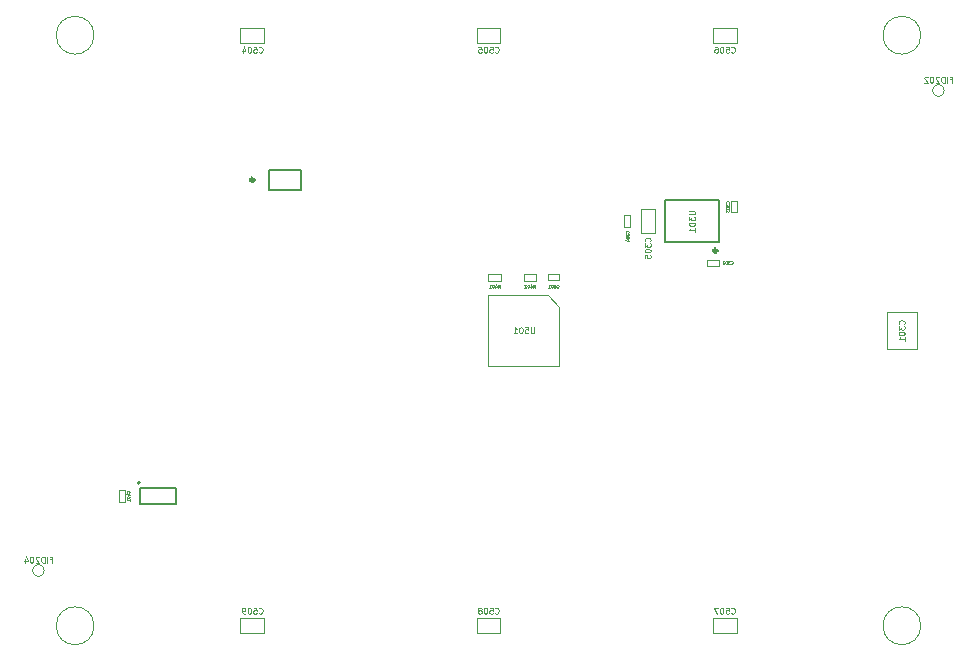
<source format=gbr>
G04 #@! TF.GenerationSoftware,KiCad,Pcbnew,7.0.11*
G04 #@! TF.CreationDate,2025-02-19T11:42:19-05:00*
G04 #@! TF.ProjectId,thruster-pcb,74687275-7374-4657-922d-7063622e6b69,1.0*
G04 #@! TF.SameCoordinates,Original*
G04 #@! TF.FileFunction,AssemblyDrawing,Bot*
%FSLAX46Y46*%
G04 Gerber Fmt 4.6, Leading zero omitted, Abs format (unit mm)*
G04 Created by KiCad (PCBNEW 7.0.11) date 2025-02-19 11:42:19*
%MOMM*%
%LPD*%
G01*
G04 APERTURE LIST*
%ADD10C,0.065000*%
%ADD11C,0.125000*%
%ADD12C,0.062500*%
%ADD13C,0.120000*%
%ADD14C,0.100000*%
%ADD15C,0.127000*%
%ADD16C,0.200000*%
%ADD17C,0.300000*%
%ADD18C,0.150000*%
G04 APERTURE END LIST*
D10*
X158940951Y-97716900D02*
X159027618Y-97593091D01*
X159089523Y-97716900D02*
X159089523Y-97456900D01*
X159089523Y-97456900D02*
X158990475Y-97456900D01*
X158990475Y-97456900D02*
X158965713Y-97469281D01*
X158965713Y-97469281D02*
X158953332Y-97481662D01*
X158953332Y-97481662D02*
X158940951Y-97506424D01*
X158940951Y-97506424D02*
X158940951Y-97543567D01*
X158940951Y-97543567D02*
X158953332Y-97568329D01*
X158953332Y-97568329D02*
X158965713Y-97580710D01*
X158965713Y-97580710D02*
X158990475Y-97593091D01*
X158990475Y-97593091D02*
X159089523Y-97593091D01*
X158718094Y-97543567D02*
X158718094Y-97716900D01*
X158779999Y-97444520D02*
X158841904Y-97630234D01*
X158841904Y-97630234D02*
X158680951Y-97630234D01*
X158532380Y-97456900D02*
X158507618Y-97456900D01*
X158507618Y-97456900D02*
X158482856Y-97469281D01*
X158482856Y-97469281D02*
X158470475Y-97481662D01*
X158470475Y-97481662D02*
X158458094Y-97506424D01*
X158458094Y-97506424D02*
X158445713Y-97555948D01*
X158445713Y-97555948D02*
X158445713Y-97617853D01*
X158445713Y-97617853D02*
X158458094Y-97667377D01*
X158458094Y-97667377D02*
X158470475Y-97692139D01*
X158470475Y-97692139D02*
X158482856Y-97704520D01*
X158482856Y-97704520D02*
X158507618Y-97716900D01*
X158507618Y-97716900D02*
X158532380Y-97716900D01*
X158532380Y-97716900D02*
X158557142Y-97704520D01*
X158557142Y-97704520D02*
X158569523Y-97692139D01*
X158569523Y-97692139D02*
X158581904Y-97667377D01*
X158581904Y-97667377D02*
X158594285Y-97617853D01*
X158594285Y-97617853D02*
X158594285Y-97555948D01*
X158594285Y-97555948D02*
X158581904Y-97506424D01*
X158581904Y-97506424D02*
X158569523Y-97481662D01*
X158569523Y-97481662D02*
X158557142Y-97469281D01*
X158557142Y-97469281D02*
X158532380Y-97456900D01*
X158198094Y-97716900D02*
X158346666Y-97716900D01*
X158272380Y-97716900D02*
X158272380Y-97456900D01*
X158272380Y-97456900D02*
X158297142Y-97494043D01*
X158297142Y-97494043D02*
X158321904Y-97518805D01*
X158321904Y-97518805D02*
X158346666Y-97531186D01*
D11*
X121061903Y-120732904D02*
X121228570Y-120732904D01*
X121228570Y-120994809D02*
X121228570Y-120494809D01*
X121228570Y-120494809D02*
X120990475Y-120494809D01*
X120799999Y-120994809D02*
X120799999Y-120494809D01*
X120561904Y-120994809D02*
X120561904Y-120494809D01*
X120561904Y-120494809D02*
X120442856Y-120494809D01*
X120442856Y-120494809D02*
X120371428Y-120518619D01*
X120371428Y-120518619D02*
X120323809Y-120566238D01*
X120323809Y-120566238D02*
X120299999Y-120613857D01*
X120299999Y-120613857D02*
X120276190Y-120709095D01*
X120276190Y-120709095D02*
X120276190Y-120780523D01*
X120276190Y-120780523D02*
X120299999Y-120875761D01*
X120299999Y-120875761D02*
X120323809Y-120923380D01*
X120323809Y-120923380D02*
X120371428Y-120971000D01*
X120371428Y-120971000D02*
X120442856Y-120994809D01*
X120442856Y-120994809D02*
X120561904Y-120994809D01*
X120085713Y-120542428D02*
X120061904Y-120518619D01*
X120061904Y-120518619D02*
X120014285Y-120494809D01*
X120014285Y-120494809D02*
X119895237Y-120494809D01*
X119895237Y-120494809D02*
X119847618Y-120518619D01*
X119847618Y-120518619D02*
X119823809Y-120542428D01*
X119823809Y-120542428D02*
X119799999Y-120590047D01*
X119799999Y-120590047D02*
X119799999Y-120637666D01*
X119799999Y-120637666D02*
X119823809Y-120709095D01*
X119823809Y-120709095D02*
X120109523Y-120994809D01*
X120109523Y-120994809D02*
X119799999Y-120994809D01*
X119490476Y-120494809D02*
X119442857Y-120494809D01*
X119442857Y-120494809D02*
X119395238Y-120518619D01*
X119395238Y-120518619D02*
X119371428Y-120542428D01*
X119371428Y-120542428D02*
X119347619Y-120590047D01*
X119347619Y-120590047D02*
X119323809Y-120685285D01*
X119323809Y-120685285D02*
X119323809Y-120804333D01*
X119323809Y-120804333D02*
X119347619Y-120899571D01*
X119347619Y-120899571D02*
X119371428Y-120947190D01*
X119371428Y-120947190D02*
X119395238Y-120971000D01*
X119395238Y-120971000D02*
X119442857Y-120994809D01*
X119442857Y-120994809D02*
X119490476Y-120994809D01*
X119490476Y-120994809D02*
X119538095Y-120971000D01*
X119538095Y-120971000D02*
X119561904Y-120947190D01*
X119561904Y-120947190D02*
X119585714Y-120899571D01*
X119585714Y-120899571D02*
X119609523Y-120804333D01*
X119609523Y-120804333D02*
X119609523Y-120685285D01*
X119609523Y-120685285D02*
X119585714Y-120590047D01*
X119585714Y-120590047D02*
X119561904Y-120542428D01*
X119561904Y-120542428D02*
X119538095Y-120518619D01*
X119538095Y-120518619D02*
X119490476Y-120494809D01*
X118895238Y-120661476D02*
X118895238Y-120994809D01*
X119014286Y-120471000D02*
X119133333Y-120828142D01*
X119133333Y-120828142D02*
X118823810Y-120828142D01*
X158709523Y-77777190D02*
X158733332Y-77801000D01*
X158733332Y-77801000D02*
X158804761Y-77824809D01*
X158804761Y-77824809D02*
X158852380Y-77824809D01*
X158852380Y-77824809D02*
X158923808Y-77801000D01*
X158923808Y-77801000D02*
X158971427Y-77753380D01*
X158971427Y-77753380D02*
X158995237Y-77705761D01*
X158995237Y-77705761D02*
X159019046Y-77610523D01*
X159019046Y-77610523D02*
X159019046Y-77539095D01*
X159019046Y-77539095D02*
X158995237Y-77443857D01*
X158995237Y-77443857D02*
X158971427Y-77396238D01*
X158971427Y-77396238D02*
X158923808Y-77348619D01*
X158923808Y-77348619D02*
X158852380Y-77324809D01*
X158852380Y-77324809D02*
X158804761Y-77324809D01*
X158804761Y-77324809D02*
X158733332Y-77348619D01*
X158733332Y-77348619D02*
X158709523Y-77372428D01*
X158257142Y-77324809D02*
X158495237Y-77324809D01*
X158495237Y-77324809D02*
X158519046Y-77562904D01*
X158519046Y-77562904D02*
X158495237Y-77539095D01*
X158495237Y-77539095D02*
X158447618Y-77515285D01*
X158447618Y-77515285D02*
X158328570Y-77515285D01*
X158328570Y-77515285D02*
X158280951Y-77539095D01*
X158280951Y-77539095D02*
X158257142Y-77562904D01*
X158257142Y-77562904D02*
X158233332Y-77610523D01*
X158233332Y-77610523D02*
X158233332Y-77729571D01*
X158233332Y-77729571D02*
X158257142Y-77777190D01*
X158257142Y-77777190D02*
X158280951Y-77801000D01*
X158280951Y-77801000D02*
X158328570Y-77824809D01*
X158328570Y-77824809D02*
X158447618Y-77824809D01*
X158447618Y-77824809D02*
X158495237Y-77801000D01*
X158495237Y-77801000D02*
X158519046Y-77777190D01*
X157923809Y-77324809D02*
X157876190Y-77324809D01*
X157876190Y-77324809D02*
X157828571Y-77348619D01*
X157828571Y-77348619D02*
X157804761Y-77372428D01*
X157804761Y-77372428D02*
X157780952Y-77420047D01*
X157780952Y-77420047D02*
X157757142Y-77515285D01*
X157757142Y-77515285D02*
X157757142Y-77634333D01*
X157757142Y-77634333D02*
X157780952Y-77729571D01*
X157780952Y-77729571D02*
X157804761Y-77777190D01*
X157804761Y-77777190D02*
X157828571Y-77801000D01*
X157828571Y-77801000D02*
X157876190Y-77824809D01*
X157876190Y-77824809D02*
X157923809Y-77824809D01*
X157923809Y-77824809D02*
X157971428Y-77801000D01*
X157971428Y-77801000D02*
X157995237Y-77777190D01*
X157995237Y-77777190D02*
X158019047Y-77729571D01*
X158019047Y-77729571D02*
X158042856Y-77634333D01*
X158042856Y-77634333D02*
X158042856Y-77515285D01*
X158042856Y-77515285D02*
X158019047Y-77420047D01*
X158019047Y-77420047D02*
X157995237Y-77372428D01*
X157995237Y-77372428D02*
X157971428Y-77348619D01*
X157971428Y-77348619D02*
X157923809Y-77324809D01*
X157304762Y-77324809D02*
X157542857Y-77324809D01*
X157542857Y-77324809D02*
X157566666Y-77562904D01*
X157566666Y-77562904D02*
X157542857Y-77539095D01*
X157542857Y-77539095D02*
X157495238Y-77515285D01*
X157495238Y-77515285D02*
X157376190Y-77515285D01*
X157376190Y-77515285D02*
X157328571Y-77539095D01*
X157328571Y-77539095D02*
X157304762Y-77562904D01*
X157304762Y-77562904D02*
X157280952Y-77610523D01*
X157280952Y-77610523D02*
X157280952Y-77729571D01*
X157280952Y-77729571D02*
X157304762Y-77777190D01*
X157304762Y-77777190D02*
X157328571Y-77801000D01*
X157328571Y-77801000D02*
X157376190Y-77824809D01*
X157376190Y-77824809D02*
X157495238Y-77824809D01*
X157495238Y-77824809D02*
X157542857Y-77801000D01*
X157542857Y-77801000D02*
X157566666Y-77777190D01*
X138709523Y-77777190D02*
X138733332Y-77801000D01*
X138733332Y-77801000D02*
X138804761Y-77824809D01*
X138804761Y-77824809D02*
X138852380Y-77824809D01*
X138852380Y-77824809D02*
X138923808Y-77801000D01*
X138923808Y-77801000D02*
X138971427Y-77753380D01*
X138971427Y-77753380D02*
X138995237Y-77705761D01*
X138995237Y-77705761D02*
X139019046Y-77610523D01*
X139019046Y-77610523D02*
X139019046Y-77539095D01*
X139019046Y-77539095D02*
X138995237Y-77443857D01*
X138995237Y-77443857D02*
X138971427Y-77396238D01*
X138971427Y-77396238D02*
X138923808Y-77348619D01*
X138923808Y-77348619D02*
X138852380Y-77324809D01*
X138852380Y-77324809D02*
X138804761Y-77324809D01*
X138804761Y-77324809D02*
X138733332Y-77348619D01*
X138733332Y-77348619D02*
X138709523Y-77372428D01*
X138257142Y-77324809D02*
X138495237Y-77324809D01*
X138495237Y-77324809D02*
X138519046Y-77562904D01*
X138519046Y-77562904D02*
X138495237Y-77539095D01*
X138495237Y-77539095D02*
X138447618Y-77515285D01*
X138447618Y-77515285D02*
X138328570Y-77515285D01*
X138328570Y-77515285D02*
X138280951Y-77539095D01*
X138280951Y-77539095D02*
X138257142Y-77562904D01*
X138257142Y-77562904D02*
X138233332Y-77610523D01*
X138233332Y-77610523D02*
X138233332Y-77729571D01*
X138233332Y-77729571D02*
X138257142Y-77777190D01*
X138257142Y-77777190D02*
X138280951Y-77801000D01*
X138280951Y-77801000D02*
X138328570Y-77824809D01*
X138328570Y-77824809D02*
X138447618Y-77824809D01*
X138447618Y-77824809D02*
X138495237Y-77801000D01*
X138495237Y-77801000D02*
X138519046Y-77777190D01*
X137923809Y-77324809D02*
X137876190Y-77324809D01*
X137876190Y-77324809D02*
X137828571Y-77348619D01*
X137828571Y-77348619D02*
X137804761Y-77372428D01*
X137804761Y-77372428D02*
X137780952Y-77420047D01*
X137780952Y-77420047D02*
X137757142Y-77515285D01*
X137757142Y-77515285D02*
X137757142Y-77634333D01*
X137757142Y-77634333D02*
X137780952Y-77729571D01*
X137780952Y-77729571D02*
X137804761Y-77777190D01*
X137804761Y-77777190D02*
X137828571Y-77801000D01*
X137828571Y-77801000D02*
X137876190Y-77824809D01*
X137876190Y-77824809D02*
X137923809Y-77824809D01*
X137923809Y-77824809D02*
X137971428Y-77801000D01*
X137971428Y-77801000D02*
X137995237Y-77777190D01*
X137995237Y-77777190D02*
X138019047Y-77729571D01*
X138019047Y-77729571D02*
X138042856Y-77634333D01*
X138042856Y-77634333D02*
X138042856Y-77515285D01*
X138042856Y-77515285D02*
X138019047Y-77420047D01*
X138019047Y-77420047D02*
X137995237Y-77372428D01*
X137995237Y-77372428D02*
X137971428Y-77348619D01*
X137971428Y-77348619D02*
X137923809Y-77324809D01*
X137328571Y-77491476D02*
X137328571Y-77824809D01*
X137447619Y-77301000D02*
X137566666Y-77658142D01*
X137566666Y-77658142D02*
X137257143Y-77658142D01*
X171827190Y-93790476D02*
X171851000Y-93766667D01*
X171851000Y-93766667D02*
X171874809Y-93695238D01*
X171874809Y-93695238D02*
X171874809Y-93647619D01*
X171874809Y-93647619D02*
X171851000Y-93576191D01*
X171851000Y-93576191D02*
X171803380Y-93528572D01*
X171803380Y-93528572D02*
X171755761Y-93504762D01*
X171755761Y-93504762D02*
X171660523Y-93480953D01*
X171660523Y-93480953D02*
X171589095Y-93480953D01*
X171589095Y-93480953D02*
X171493857Y-93504762D01*
X171493857Y-93504762D02*
X171446238Y-93528572D01*
X171446238Y-93528572D02*
X171398619Y-93576191D01*
X171398619Y-93576191D02*
X171374809Y-93647619D01*
X171374809Y-93647619D02*
X171374809Y-93695238D01*
X171374809Y-93695238D02*
X171398619Y-93766667D01*
X171398619Y-93766667D02*
X171422428Y-93790476D01*
X171374809Y-93957143D02*
X171374809Y-94266667D01*
X171374809Y-94266667D02*
X171565285Y-94100000D01*
X171565285Y-94100000D02*
X171565285Y-94171429D01*
X171565285Y-94171429D02*
X171589095Y-94219048D01*
X171589095Y-94219048D02*
X171612904Y-94242857D01*
X171612904Y-94242857D02*
X171660523Y-94266667D01*
X171660523Y-94266667D02*
X171779571Y-94266667D01*
X171779571Y-94266667D02*
X171827190Y-94242857D01*
X171827190Y-94242857D02*
X171851000Y-94219048D01*
X171851000Y-94219048D02*
X171874809Y-94171429D01*
X171874809Y-94171429D02*
X171874809Y-94028572D01*
X171874809Y-94028572D02*
X171851000Y-93980953D01*
X171851000Y-93980953D02*
X171827190Y-93957143D01*
X171374809Y-94576190D02*
X171374809Y-94623809D01*
X171374809Y-94623809D02*
X171398619Y-94671428D01*
X171398619Y-94671428D02*
X171422428Y-94695238D01*
X171422428Y-94695238D02*
X171470047Y-94719047D01*
X171470047Y-94719047D02*
X171565285Y-94742857D01*
X171565285Y-94742857D02*
X171684333Y-94742857D01*
X171684333Y-94742857D02*
X171779571Y-94719047D01*
X171779571Y-94719047D02*
X171827190Y-94695238D01*
X171827190Y-94695238D02*
X171851000Y-94671428D01*
X171851000Y-94671428D02*
X171874809Y-94623809D01*
X171874809Y-94623809D02*
X171874809Y-94576190D01*
X171874809Y-94576190D02*
X171851000Y-94528571D01*
X171851000Y-94528571D02*
X171827190Y-94504762D01*
X171827190Y-94504762D02*
X171779571Y-94480952D01*
X171779571Y-94480952D02*
X171684333Y-94457143D01*
X171684333Y-94457143D02*
X171565285Y-94457143D01*
X171565285Y-94457143D02*
X171470047Y-94480952D01*
X171470047Y-94480952D02*
X171422428Y-94504762D01*
X171422428Y-94504762D02*
X171398619Y-94528571D01*
X171398619Y-94528571D02*
X171374809Y-94576190D01*
X171374809Y-95195237D02*
X171374809Y-94957142D01*
X171374809Y-94957142D02*
X171612904Y-94933333D01*
X171612904Y-94933333D02*
X171589095Y-94957142D01*
X171589095Y-94957142D02*
X171565285Y-95004761D01*
X171565285Y-95004761D02*
X171565285Y-95123809D01*
X171565285Y-95123809D02*
X171589095Y-95171428D01*
X171589095Y-95171428D02*
X171612904Y-95195237D01*
X171612904Y-95195237D02*
X171660523Y-95219047D01*
X171660523Y-95219047D02*
X171779571Y-95219047D01*
X171779571Y-95219047D02*
X171827190Y-95195237D01*
X171827190Y-95195237D02*
X171851000Y-95171428D01*
X171851000Y-95171428D02*
X171874809Y-95123809D01*
X171874809Y-95123809D02*
X171874809Y-95004761D01*
X171874809Y-95004761D02*
X171851000Y-94957142D01*
X171851000Y-94957142D02*
X171827190Y-94933333D01*
D12*
X178679761Y-95688595D02*
X178691665Y-95700500D01*
X178691665Y-95700500D02*
X178727380Y-95712404D01*
X178727380Y-95712404D02*
X178751189Y-95712404D01*
X178751189Y-95712404D02*
X178786903Y-95700500D01*
X178786903Y-95700500D02*
X178810713Y-95676690D01*
X178810713Y-95676690D02*
X178822618Y-95652880D01*
X178822618Y-95652880D02*
X178834522Y-95605261D01*
X178834522Y-95605261D02*
X178834522Y-95569547D01*
X178834522Y-95569547D02*
X178822618Y-95521928D01*
X178822618Y-95521928D02*
X178810713Y-95498119D01*
X178810713Y-95498119D02*
X178786903Y-95474309D01*
X178786903Y-95474309D02*
X178751189Y-95462404D01*
X178751189Y-95462404D02*
X178727380Y-95462404D01*
X178727380Y-95462404D02*
X178691665Y-95474309D01*
X178691665Y-95474309D02*
X178679761Y-95486214D01*
X178596427Y-95462404D02*
X178441665Y-95462404D01*
X178441665Y-95462404D02*
X178524999Y-95557642D01*
X178524999Y-95557642D02*
X178489284Y-95557642D01*
X178489284Y-95557642D02*
X178465475Y-95569547D01*
X178465475Y-95569547D02*
X178453570Y-95581452D01*
X178453570Y-95581452D02*
X178441665Y-95605261D01*
X178441665Y-95605261D02*
X178441665Y-95664785D01*
X178441665Y-95664785D02*
X178453570Y-95688595D01*
X178453570Y-95688595D02*
X178465475Y-95700500D01*
X178465475Y-95700500D02*
X178489284Y-95712404D01*
X178489284Y-95712404D02*
X178560713Y-95712404D01*
X178560713Y-95712404D02*
X178584522Y-95700500D01*
X178584522Y-95700500D02*
X178596427Y-95688595D01*
X178286904Y-95462404D02*
X178263094Y-95462404D01*
X178263094Y-95462404D02*
X178239285Y-95474309D01*
X178239285Y-95474309D02*
X178227380Y-95486214D01*
X178227380Y-95486214D02*
X178215475Y-95510023D01*
X178215475Y-95510023D02*
X178203570Y-95557642D01*
X178203570Y-95557642D02*
X178203570Y-95617166D01*
X178203570Y-95617166D02*
X178215475Y-95664785D01*
X178215475Y-95664785D02*
X178227380Y-95688595D01*
X178227380Y-95688595D02*
X178239285Y-95700500D01*
X178239285Y-95700500D02*
X178263094Y-95712404D01*
X178263094Y-95712404D02*
X178286904Y-95712404D01*
X178286904Y-95712404D02*
X178310713Y-95700500D01*
X178310713Y-95700500D02*
X178322618Y-95688595D01*
X178322618Y-95688595D02*
X178334523Y-95664785D01*
X178334523Y-95664785D02*
X178346427Y-95617166D01*
X178346427Y-95617166D02*
X178346427Y-95557642D01*
X178346427Y-95557642D02*
X178334523Y-95510023D01*
X178334523Y-95510023D02*
X178322618Y-95486214D01*
X178322618Y-95486214D02*
X178310713Y-95474309D01*
X178310713Y-95474309D02*
X178286904Y-95462404D01*
X178108332Y-95486214D02*
X178096428Y-95474309D01*
X178096428Y-95474309D02*
X178072618Y-95462404D01*
X178072618Y-95462404D02*
X178013094Y-95462404D01*
X178013094Y-95462404D02*
X177989285Y-95474309D01*
X177989285Y-95474309D02*
X177977380Y-95486214D01*
X177977380Y-95486214D02*
X177965475Y-95510023D01*
X177965475Y-95510023D02*
X177965475Y-95533833D01*
X177965475Y-95533833D02*
X177977380Y-95569547D01*
X177977380Y-95569547D02*
X178120237Y-95712404D01*
X178120237Y-95712404D02*
X177965475Y-95712404D01*
X163929761Y-97688595D02*
X163941665Y-97700500D01*
X163941665Y-97700500D02*
X163977380Y-97712404D01*
X163977380Y-97712404D02*
X164001189Y-97712404D01*
X164001189Y-97712404D02*
X164036903Y-97700500D01*
X164036903Y-97700500D02*
X164060713Y-97676690D01*
X164060713Y-97676690D02*
X164072618Y-97652880D01*
X164072618Y-97652880D02*
X164084522Y-97605261D01*
X164084522Y-97605261D02*
X164084522Y-97569547D01*
X164084522Y-97569547D02*
X164072618Y-97521928D01*
X164072618Y-97521928D02*
X164060713Y-97498119D01*
X164060713Y-97498119D02*
X164036903Y-97474309D01*
X164036903Y-97474309D02*
X164001189Y-97462404D01*
X164001189Y-97462404D02*
X163977380Y-97462404D01*
X163977380Y-97462404D02*
X163941665Y-97474309D01*
X163941665Y-97474309D02*
X163929761Y-97486214D01*
X163703570Y-97462404D02*
X163822618Y-97462404D01*
X163822618Y-97462404D02*
X163834522Y-97581452D01*
X163834522Y-97581452D02*
X163822618Y-97569547D01*
X163822618Y-97569547D02*
X163798808Y-97557642D01*
X163798808Y-97557642D02*
X163739284Y-97557642D01*
X163739284Y-97557642D02*
X163715475Y-97569547D01*
X163715475Y-97569547D02*
X163703570Y-97581452D01*
X163703570Y-97581452D02*
X163691665Y-97605261D01*
X163691665Y-97605261D02*
X163691665Y-97664785D01*
X163691665Y-97664785D02*
X163703570Y-97688595D01*
X163703570Y-97688595D02*
X163715475Y-97700500D01*
X163715475Y-97700500D02*
X163739284Y-97712404D01*
X163739284Y-97712404D02*
X163798808Y-97712404D01*
X163798808Y-97712404D02*
X163822618Y-97700500D01*
X163822618Y-97700500D02*
X163834522Y-97688595D01*
X163536904Y-97462404D02*
X163513094Y-97462404D01*
X163513094Y-97462404D02*
X163489285Y-97474309D01*
X163489285Y-97474309D02*
X163477380Y-97486214D01*
X163477380Y-97486214D02*
X163465475Y-97510023D01*
X163465475Y-97510023D02*
X163453570Y-97557642D01*
X163453570Y-97557642D02*
X163453570Y-97617166D01*
X163453570Y-97617166D02*
X163465475Y-97664785D01*
X163465475Y-97664785D02*
X163477380Y-97688595D01*
X163477380Y-97688595D02*
X163489285Y-97700500D01*
X163489285Y-97700500D02*
X163513094Y-97712404D01*
X163513094Y-97712404D02*
X163536904Y-97712404D01*
X163536904Y-97712404D02*
X163560713Y-97700500D01*
X163560713Y-97700500D02*
X163572618Y-97688595D01*
X163572618Y-97688595D02*
X163584523Y-97664785D01*
X163584523Y-97664785D02*
X163596427Y-97617166D01*
X163596427Y-97617166D02*
X163596427Y-97557642D01*
X163596427Y-97557642D02*
X163584523Y-97510023D01*
X163584523Y-97510023D02*
X163572618Y-97486214D01*
X163572618Y-97486214D02*
X163560713Y-97474309D01*
X163560713Y-97474309D02*
X163536904Y-97462404D01*
X163215475Y-97712404D02*
X163358332Y-97712404D01*
X163286904Y-97712404D02*
X163286904Y-97462404D01*
X163286904Y-97462404D02*
X163310713Y-97498119D01*
X163310713Y-97498119D02*
X163334523Y-97521928D01*
X163334523Y-97521928D02*
X163358332Y-97533833D01*
X169988595Y-93070238D02*
X170000500Y-93058334D01*
X170000500Y-93058334D02*
X170012404Y-93022619D01*
X170012404Y-93022619D02*
X170012404Y-92998810D01*
X170012404Y-92998810D02*
X170000500Y-92963096D01*
X170000500Y-92963096D02*
X169976690Y-92939286D01*
X169976690Y-92939286D02*
X169952880Y-92927381D01*
X169952880Y-92927381D02*
X169905261Y-92915477D01*
X169905261Y-92915477D02*
X169869547Y-92915477D01*
X169869547Y-92915477D02*
X169821928Y-92927381D01*
X169821928Y-92927381D02*
X169798119Y-92939286D01*
X169798119Y-92939286D02*
X169774309Y-92963096D01*
X169774309Y-92963096D02*
X169762404Y-92998810D01*
X169762404Y-92998810D02*
X169762404Y-93022619D01*
X169762404Y-93022619D02*
X169774309Y-93058334D01*
X169774309Y-93058334D02*
X169786214Y-93070238D01*
X169762404Y-93153572D02*
X169762404Y-93308334D01*
X169762404Y-93308334D02*
X169857642Y-93225000D01*
X169857642Y-93225000D02*
X169857642Y-93260715D01*
X169857642Y-93260715D02*
X169869547Y-93284524D01*
X169869547Y-93284524D02*
X169881452Y-93296429D01*
X169881452Y-93296429D02*
X169905261Y-93308334D01*
X169905261Y-93308334D02*
X169964785Y-93308334D01*
X169964785Y-93308334D02*
X169988595Y-93296429D01*
X169988595Y-93296429D02*
X170000500Y-93284524D01*
X170000500Y-93284524D02*
X170012404Y-93260715D01*
X170012404Y-93260715D02*
X170012404Y-93189286D01*
X170012404Y-93189286D02*
X170000500Y-93165477D01*
X170000500Y-93165477D02*
X169988595Y-93153572D01*
X169762404Y-93463095D02*
X169762404Y-93486905D01*
X169762404Y-93486905D02*
X169774309Y-93510714D01*
X169774309Y-93510714D02*
X169786214Y-93522619D01*
X169786214Y-93522619D02*
X169810023Y-93534524D01*
X169810023Y-93534524D02*
X169857642Y-93546429D01*
X169857642Y-93546429D02*
X169917166Y-93546429D01*
X169917166Y-93546429D02*
X169964785Y-93534524D01*
X169964785Y-93534524D02*
X169988595Y-93522619D01*
X169988595Y-93522619D02*
X170000500Y-93510714D01*
X170000500Y-93510714D02*
X170012404Y-93486905D01*
X170012404Y-93486905D02*
X170012404Y-93463095D01*
X170012404Y-93463095D02*
X170000500Y-93439286D01*
X170000500Y-93439286D02*
X169988595Y-93427381D01*
X169988595Y-93427381D02*
X169964785Y-93415476D01*
X169964785Y-93415476D02*
X169917166Y-93403572D01*
X169917166Y-93403572D02*
X169857642Y-93403572D01*
X169857642Y-93403572D02*
X169810023Y-93415476D01*
X169810023Y-93415476D02*
X169786214Y-93427381D01*
X169786214Y-93427381D02*
X169774309Y-93439286D01*
X169774309Y-93439286D02*
X169762404Y-93463095D01*
X169845738Y-93760714D02*
X170012404Y-93760714D01*
X169750500Y-93701190D02*
X169929071Y-93641667D01*
X169929071Y-93641667D02*
X169929071Y-93796428D01*
D11*
X138709523Y-125277190D02*
X138733332Y-125301000D01*
X138733332Y-125301000D02*
X138804761Y-125324809D01*
X138804761Y-125324809D02*
X138852380Y-125324809D01*
X138852380Y-125324809D02*
X138923808Y-125301000D01*
X138923808Y-125301000D02*
X138971427Y-125253380D01*
X138971427Y-125253380D02*
X138995237Y-125205761D01*
X138995237Y-125205761D02*
X139019046Y-125110523D01*
X139019046Y-125110523D02*
X139019046Y-125039095D01*
X139019046Y-125039095D02*
X138995237Y-124943857D01*
X138995237Y-124943857D02*
X138971427Y-124896238D01*
X138971427Y-124896238D02*
X138923808Y-124848619D01*
X138923808Y-124848619D02*
X138852380Y-124824809D01*
X138852380Y-124824809D02*
X138804761Y-124824809D01*
X138804761Y-124824809D02*
X138733332Y-124848619D01*
X138733332Y-124848619D02*
X138709523Y-124872428D01*
X138257142Y-124824809D02*
X138495237Y-124824809D01*
X138495237Y-124824809D02*
X138519046Y-125062904D01*
X138519046Y-125062904D02*
X138495237Y-125039095D01*
X138495237Y-125039095D02*
X138447618Y-125015285D01*
X138447618Y-125015285D02*
X138328570Y-125015285D01*
X138328570Y-125015285D02*
X138280951Y-125039095D01*
X138280951Y-125039095D02*
X138257142Y-125062904D01*
X138257142Y-125062904D02*
X138233332Y-125110523D01*
X138233332Y-125110523D02*
X138233332Y-125229571D01*
X138233332Y-125229571D02*
X138257142Y-125277190D01*
X138257142Y-125277190D02*
X138280951Y-125301000D01*
X138280951Y-125301000D02*
X138328570Y-125324809D01*
X138328570Y-125324809D02*
X138447618Y-125324809D01*
X138447618Y-125324809D02*
X138495237Y-125301000D01*
X138495237Y-125301000D02*
X138519046Y-125277190D01*
X137923809Y-124824809D02*
X137876190Y-124824809D01*
X137876190Y-124824809D02*
X137828571Y-124848619D01*
X137828571Y-124848619D02*
X137804761Y-124872428D01*
X137804761Y-124872428D02*
X137780952Y-124920047D01*
X137780952Y-124920047D02*
X137757142Y-125015285D01*
X137757142Y-125015285D02*
X137757142Y-125134333D01*
X137757142Y-125134333D02*
X137780952Y-125229571D01*
X137780952Y-125229571D02*
X137804761Y-125277190D01*
X137804761Y-125277190D02*
X137828571Y-125301000D01*
X137828571Y-125301000D02*
X137876190Y-125324809D01*
X137876190Y-125324809D02*
X137923809Y-125324809D01*
X137923809Y-125324809D02*
X137971428Y-125301000D01*
X137971428Y-125301000D02*
X137995237Y-125277190D01*
X137995237Y-125277190D02*
X138019047Y-125229571D01*
X138019047Y-125229571D02*
X138042856Y-125134333D01*
X138042856Y-125134333D02*
X138042856Y-125015285D01*
X138042856Y-125015285D02*
X138019047Y-124920047D01*
X138019047Y-124920047D02*
X137995237Y-124872428D01*
X137995237Y-124872428D02*
X137971428Y-124848619D01*
X137971428Y-124848619D02*
X137923809Y-124824809D01*
X137519047Y-125324809D02*
X137423809Y-125324809D01*
X137423809Y-125324809D02*
X137376190Y-125301000D01*
X137376190Y-125301000D02*
X137352381Y-125277190D01*
X137352381Y-125277190D02*
X137304762Y-125205761D01*
X137304762Y-125205761D02*
X137280952Y-125110523D01*
X137280952Y-125110523D02*
X137280952Y-124920047D01*
X137280952Y-124920047D02*
X137304762Y-124872428D01*
X137304762Y-124872428D02*
X137328571Y-124848619D01*
X137328571Y-124848619D02*
X137376190Y-124824809D01*
X137376190Y-124824809D02*
X137471428Y-124824809D01*
X137471428Y-124824809D02*
X137519047Y-124848619D01*
X137519047Y-124848619D02*
X137542857Y-124872428D01*
X137542857Y-124872428D02*
X137566666Y-124920047D01*
X137566666Y-124920047D02*
X137566666Y-125039095D01*
X137566666Y-125039095D02*
X137542857Y-125086714D01*
X137542857Y-125086714D02*
X137519047Y-125110523D01*
X137519047Y-125110523D02*
X137471428Y-125134333D01*
X137471428Y-125134333D02*
X137376190Y-125134333D01*
X137376190Y-125134333D02*
X137328571Y-125110523D01*
X137328571Y-125110523D02*
X137304762Y-125086714D01*
X137304762Y-125086714D02*
X137280952Y-125039095D01*
X162007142Y-101074809D02*
X162007142Y-101479571D01*
X162007142Y-101479571D02*
X161983332Y-101527190D01*
X161983332Y-101527190D02*
X161959523Y-101551000D01*
X161959523Y-101551000D02*
X161911904Y-101574809D01*
X161911904Y-101574809D02*
X161816666Y-101574809D01*
X161816666Y-101574809D02*
X161769047Y-101551000D01*
X161769047Y-101551000D02*
X161745237Y-101527190D01*
X161745237Y-101527190D02*
X161721428Y-101479571D01*
X161721428Y-101479571D02*
X161721428Y-101074809D01*
X161245237Y-101074809D02*
X161483332Y-101074809D01*
X161483332Y-101074809D02*
X161507141Y-101312904D01*
X161507141Y-101312904D02*
X161483332Y-101289095D01*
X161483332Y-101289095D02*
X161435713Y-101265285D01*
X161435713Y-101265285D02*
X161316665Y-101265285D01*
X161316665Y-101265285D02*
X161269046Y-101289095D01*
X161269046Y-101289095D02*
X161245237Y-101312904D01*
X161245237Y-101312904D02*
X161221427Y-101360523D01*
X161221427Y-101360523D02*
X161221427Y-101479571D01*
X161221427Y-101479571D02*
X161245237Y-101527190D01*
X161245237Y-101527190D02*
X161269046Y-101551000D01*
X161269046Y-101551000D02*
X161316665Y-101574809D01*
X161316665Y-101574809D02*
X161435713Y-101574809D01*
X161435713Y-101574809D02*
X161483332Y-101551000D01*
X161483332Y-101551000D02*
X161507141Y-101527190D01*
X160911904Y-101074809D02*
X160864285Y-101074809D01*
X160864285Y-101074809D02*
X160816666Y-101098619D01*
X160816666Y-101098619D02*
X160792856Y-101122428D01*
X160792856Y-101122428D02*
X160769047Y-101170047D01*
X160769047Y-101170047D02*
X160745237Y-101265285D01*
X160745237Y-101265285D02*
X160745237Y-101384333D01*
X160745237Y-101384333D02*
X160769047Y-101479571D01*
X160769047Y-101479571D02*
X160792856Y-101527190D01*
X160792856Y-101527190D02*
X160816666Y-101551000D01*
X160816666Y-101551000D02*
X160864285Y-101574809D01*
X160864285Y-101574809D02*
X160911904Y-101574809D01*
X160911904Y-101574809D02*
X160959523Y-101551000D01*
X160959523Y-101551000D02*
X160983332Y-101527190D01*
X160983332Y-101527190D02*
X161007142Y-101479571D01*
X161007142Y-101479571D02*
X161030951Y-101384333D01*
X161030951Y-101384333D02*
X161030951Y-101265285D01*
X161030951Y-101265285D02*
X161007142Y-101170047D01*
X161007142Y-101170047D02*
X160983332Y-101122428D01*
X160983332Y-101122428D02*
X160959523Y-101098619D01*
X160959523Y-101098619D02*
X160911904Y-101074809D01*
X160269047Y-101574809D02*
X160554761Y-101574809D01*
X160411904Y-101574809D02*
X160411904Y-101074809D01*
X160411904Y-101074809D02*
X160459523Y-101146238D01*
X160459523Y-101146238D02*
X160507142Y-101193857D01*
X160507142Y-101193857D02*
X160554761Y-101217666D01*
D10*
X161940951Y-97716900D02*
X162027618Y-97593091D01*
X162089523Y-97716900D02*
X162089523Y-97456900D01*
X162089523Y-97456900D02*
X161990475Y-97456900D01*
X161990475Y-97456900D02*
X161965713Y-97469281D01*
X161965713Y-97469281D02*
X161953332Y-97481662D01*
X161953332Y-97481662D02*
X161940951Y-97506424D01*
X161940951Y-97506424D02*
X161940951Y-97543567D01*
X161940951Y-97543567D02*
X161953332Y-97568329D01*
X161953332Y-97568329D02*
X161965713Y-97580710D01*
X161965713Y-97580710D02*
X161990475Y-97593091D01*
X161990475Y-97593091D02*
X162089523Y-97593091D01*
X161718094Y-97543567D02*
X161718094Y-97716900D01*
X161779999Y-97444520D02*
X161841904Y-97630234D01*
X161841904Y-97630234D02*
X161680951Y-97630234D01*
X161532380Y-97456900D02*
X161507618Y-97456900D01*
X161507618Y-97456900D02*
X161482856Y-97469281D01*
X161482856Y-97469281D02*
X161470475Y-97481662D01*
X161470475Y-97481662D02*
X161458094Y-97506424D01*
X161458094Y-97506424D02*
X161445713Y-97555948D01*
X161445713Y-97555948D02*
X161445713Y-97617853D01*
X161445713Y-97617853D02*
X161458094Y-97667377D01*
X161458094Y-97667377D02*
X161470475Y-97692139D01*
X161470475Y-97692139D02*
X161482856Y-97704520D01*
X161482856Y-97704520D02*
X161507618Y-97716900D01*
X161507618Y-97716900D02*
X161532380Y-97716900D01*
X161532380Y-97716900D02*
X161557142Y-97704520D01*
X161557142Y-97704520D02*
X161569523Y-97692139D01*
X161569523Y-97692139D02*
X161581904Y-97667377D01*
X161581904Y-97667377D02*
X161594285Y-97617853D01*
X161594285Y-97617853D02*
X161594285Y-97555948D01*
X161594285Y-97555948D02*
X161581904Y-97506424D01*
X161581904Y-97506424D02*
X161569523Y-97481662D01*
X161569523Y-97481662D02*
X161557142Y-97469281D01*
X161557142Y-97469281D02*
X161532380Y-97456900D01*
X161346666Y-97481662D02*
X161334285Y-97469281D01*
X161334285Y-97469281D02*
X161309523Y-97456900D01*
X161309523Y-97456900D02*
X161247618Y-97456900D01*
X161247618Y-97456900D02*
X161222856Y-97469281D01*
X161222856Y-97469281D02*
X161210475Y-97481662D01*
X161210475Y-97481662D02*
X161198094Y-97506424D01*
X161198094Y-97506424D02*
X161198094Y-97531186D01*
X161198094Y-97531186D02*
X161210475Y-97568329D01*
X161210475Y-97568329D02*
X161359047Y-97716900D01*
X161359047Y-97716900D02*
X161198094Y-97716900D01*
D11*
X175124809Y-91242857D02*
X175529571Y-91242857D01*
X175529571Y-91242857D02*
X175577190Y-91266667D01*
X175577190Y-91266667D02*
X175601000Y-91290476D01*
X175601000Y-91290476D02*
X175624809Y-91338095D01*
X175624809Y-91338095D02*
X175624809Y-91433333D01*
X175624809Y-91433333D02*
X175601000Y-91480952D01*
X175601000Y-91480952D02*
X175577190Y-91504762D01*
X175577190Y-91504762D02*
X175529571Y-91528571D01*
X175529571Y-91528571D02*
X175124809Y-91528571D01*
X175124809Y-91719048D02*
X175124809Y-92028572D01*
X175124809Y-92028572D02*
X175315285Y-91861905D01*
X175315285Y-91861905D02*
X175315285Y-91933334D01*
X175315285Y-91933334D02*
X175339095Y-91980953D01*
X175339095Y-91980953D02*
X175362904Y-92004762D01*
X175362904Y-92004762D02*
X175410523Y-92028572D01*
X175410523Y-92028572D02*
X175529571Y-92028572D01*
X175529571Y-92028572D02*
X175577190Y-92004762D01*
X175577190Y-92004762D02*
X175601000Y-91980953D01*
X175601000Y-91980953D02*
X175624809Y-91933334D01*
X175624809Y-91933334D02*
X175624809Y-91790477D01*
X175624809Y-91790477D02*
X175601000Y-91742858D01*
X175601000Y-91742858D02*
X175577190Y-91719048D01*
X175124809Y-92338095D02*
X175124809Y-92385714D01*
X175124809Y-92385714D02*
X175148619Y-92433333D01*
X175148619Y-92433333D02*
X175172428Y-92457143D01*
X175172428Y-92457143D02*
X175220047Y-92480952D01*
X175220047Y-92480952D02*
X175315285Y-92504762D01*
X175315285Y-92504762D02*
X175434333Y-92504762D01*
X175434333Y-92504762D02*
X175529571Y-92480952D01*
X175529571Y-92480952D02*
X175577190Y-92457143D01*
X175577190Y-92457143D02*
X175601000Y-92433333D01*
X175601000Y-92433333D02*
X175624809Y-92385714D01*
X175624809Y-92385714D02*
X175624809Y-92338095D01*
X175624809Y-92338095D02*
X175601000Y-92290476D01*
X175601000Y-92290476D02*
X175577190Y-92266667D01*
X175577190Y-92266667D02*
X175529571Y-92242857D01*
X175529571Y-92242857D02*
X175434333Y-92219048D01*
X175434333Y-92219048D02*
X175315285Y-92219048D01*
X175315285Y-92219048D02*
X175220047Y-92242857D01*
X175220047Y-92242857D02*
X175172428Y-92266667D01*
X175172428Y-92266667D02*
X175148619Y-92290476D01*
X175148619Y-92290476D02*
X175124809Y-92338095D01*
X175624809Y-92980952D02*
X175624809Y-92695238D01*
X175624809Y-92838095D02*
X175124809Y-92838095D01*
X175124809Y-92838095D02*
X175196238Y-92790476D01*
X175196238Y-92790476D02*
X175243857Y-92742857D01*
X175243857Y-92742857D02*
X175267666Y-92695238D01*
X178709523Y-77777190D02*
X178733332Y-77801000D01*
X178733332Y-77801000D02*
X178804761Y-77824809D01*
X178804761Y-77824809D02*
X178852380Y-77824809D01*
X178852380Y-77824809D02*
X178923808Y-77801000D01*
X178923808Y-77801000D02*
X178971427Y-77753380D01*
X178971427Y-77753380D02*
X178995237Y-77705761D01*
X178995237Y-77705761D02*
X179019046Y-77610523D01*
X179019046Y-77610523D02*
X179019046Y-77539095D01*
X179019046Y-77539095D02*
X178995237Y-77443857D01*
X178995237Y-77443857D02*
X178971427Y-77396238D01*
X178971427Y-77396238D02*
X178923808Y-77348619D01*
X178923808Y-77348619D02*
X178852380Y-77324809D01*
X178852380Y-77324809D02*
X178804761Y-77324809D01*
X178804761Y-77324809D02*
X178733332Y-77348619D01*
X178733332Y-77348619D02*
X178709523Y-77372428D01*
X178257142Y-77324809D02*
X178495237Y-77324809D01*
X178495237Y-77324809D02*
X178519046Y-77562904D01*
X178519046Y-77562904D02*
X178495237Y-77539095D01*
X178495237Y-77539095D02*
X178447618Y-77515285D01*
X178447618Y-77515285D02*
X178328570Y-77515285D01*
X178328570Y-77515285D02*
X178280951Y-77539095D01*
X178280951Y-77539095D02*
X178257142Y-77562904D01*
X178257142Y-77562904D02*
X178233332Y-77610523D01*
X178233332Y-77610523D02*
X178233332Y-77729571D01*
X178233332Y-77729571D02*
X178257142Y-77777190D01*
X178257142Y-77777190D02*
X178280951Y-77801000D01*
X178280951Y-77801000D02*
X178328570Y-77824809D01*
X178328570Y-77824809D02*
X178447618Y-77824809D01*
X178447618Y-77824809D02*
X178495237Y-77801000D01*
X178495237Y-77801000D02*
X178519046Y-77777190D01*
X177923809Y-77324809D02*
X177876190Y-77324809D01*
X177876190Y-77324809D02*
X177828571Y-77348619D01*
X177828571Y-77348619D02*
X177804761Y-77372428D01*
X177804761Y-77372428D02*
X177780952Y-77420047D01*
X177780952Y-77420047D02*
X177757142Y-77515285D01*
X177757142Y-77515285D02*
X177757142Y-77634333D01*
X177757142Y-77634333D02*
X177780952Y-77729571D01*
X177780952Y-77729571D02*
X177804761Y-77777190D01*
X177804761Y-77777190D02*
X177828571Y-77801000D01*
X177828571Y-77801000D02*
X177876190Y-77824809D01*
X177876190Y-77824809D02*
X177923809Y-77824809D01*
X177923809Y-77824809D02*
X177971428Y-77801000D01*
X177971428Y-77801000D02*
X177995237Y-77777190D01*
X177995237Y-77777190D02*
X178019047Y-77729571D01*
X178019047Y-77729571D02*
X178042856Y-77634333D01*
X178042856Y-77634333D02*
X178042856Y-77515285D01*
X178042856Y-77515285D02*
X178019047Y-77420047D01*
X178019047Y-77420047D02*
X177995237Y-77372428D01*
X177995237Y-77372428D02*
X177971428Y-77348619D01*
X177971428Y-77348619D02*
X177923809Y-77324809D01*
X177328571Y-77324809D02*
X177423809Y-77324809D01*
X177423809Y-77324809D02*
X177471428Y-77348619D01*
X177471428Y-77348619D02*
X177495238Y-77372428D01*
X177495238Y-77372428D02*
X177542857Y-77443857D01*
X177542857Y-77443857D02*
X177566666Y-77539095D01*
X177566666Y-77539095D02*
X177566666Y-77729571D01*
X177566666Y-77729571D02*
X177542857Y-77777190D01*
X177542857Y-77777190D02*
X177519047Y-77801000D01*
X177519047Y-77801000D02*
X177471428Y-77824809D01*
X177471428Y-77824809D02*
X177376190Y-77824809D01*
X177376190Y-77824809D02*
X177328571Y-77801000D01*
X177328571Y-77801000D02*
X177304762Y-77777190D01*
X177304762Y-77777190D02*
X177280952Y-77729571D01*
X177280952Y-77729571D02*
X177280952Y-77610523D01*
X177280952Y-77610523D02*
X177304762Y-77562904D01*
X177304762Y-77562904D02*
X177328571Y-77539095D01*
X177328571Y-77539095D02*
X177376190Y-77515285D01*
X177376190Y-77515285D02*
X177471428Y-77515285D01*
X177471428Y-77515285D02*
X177519047Y-77539095D01*
X177519047Y-77539095D02*
X177542857Y-77562904D01*
X177542857Y-77562904D02*
X177566666Y-77610523D01*
D12*
X127738595Y-115070238D02*
X127750500Y-115058334D01*
X127750500Y-115058334D02*
X127762404Y-115022619D01*
X127762404Y-115022619D02*
X127762404Y-114998810D01*
X127762404Y-114998810D02*
X127750500Y-114963096D01*
X127750500Y-114963096D02*
X127726690Y-114939286D01*
X127726690Y-114939286D02*
X127702880Y-114927381D01*
X127702880Y-114927381D02*
X127655261Y-114915477D01*
X127655261Y-114915477D02*
X127619547Y-114915477D01*
X127619547Y-114915477D02*
X127571928Y-114927381D01*
X127571928Y-114927381D02*
X127548119Y-114939286D01*
X127548119Y-114939286D02*
X127524309Y-114963096D01*
X127524309Y-114963096D02*
X127512404Y-114998810D01*
X127512404Y-114998810D02*
X127512404Y-115022619D01*
X127512404Y-115022619D02*
X127524309Y-115058334D01*
X127524309Y-115058334D02*
X127536214Y-115070238D01*
X127595738Y-115284524D02*
X127762404Y-115284524D01*
X127500500Y-115225000D02*
X127679071Y-115165477D01*
X127679071Y-115165477D02*
X127679071Y-115320238D01*
X127512404Y-115463095D02*
X127512404Y-115486905D01*
X127512404Y-115486905D02*
X127524309Y-115510714D01*
X127524309Y-115510714D02*
X127536214Y-115522619D01*
X127536214Y-115522619D02*
X127560023Y-115534524D01*
X127560023Y-115534524D02*
X127607642Y-115546429D01*
X127607642Y-115546429D02*
X127667166Y-115546429D01*
X127667166Y-115546429D02*
X127714785Y-115534524D01*
X127714785Y-115534524D02*
X127738595Y-115522619D01*
X127738595Y-115522619D02*
X127750500Y-115510714D01*
X127750500Y-115510714D02*
X127762404Y-115486905D01*
X127762404Y-115486905D02*
X127762404Y-115463095D01*
X127762404Y-115463095D02*
X127750500Y-115439286D01*
X127750500Y-115439286D02*
X127738595Y-115427381D01*
X127738595Y-115427381D02*
X127714785Y-115415476D01*
X127714785Y-115415476D02*
X127667166Y-115403572D01*
X127667166Y-115403572D02*
X127607642Y-115403572D01*
X127607642Y-115403572D02*
X127560023Y-115415476D01*
X127560023Y-115415476D02*
X127536214Y-115427381D01*
X127536214Y-115427381D02*
X127524309Y-115439286D01*
X127524309Y-115439286D02*
X127512404Y-115463095D01*
X127762404Y-115784524D02*
X127762404Y-115641667D01*
X127762404Y-115713095D02*
X127512404Y-115713095D01*
X127512404Y-115713095D02*
X127548119Y-115689286D01*
X127548119Y-115689286D02*
X127571928Y-115665476D01*
X127571928Y-115665476D02*
X127583833Y-115641667D01*
D11*
X158709523Y-125277190D02*
X158733332Y-125301000D01*
X158733332Y-125301000D02*
X158804761Y-125324809D01*
X158804761Y-125324809D02*
X158852380Y-125324809D01*
X158852380Y-125324809D02*
X158923808Y-125301000D01*
X158923808Y-125301000D02*
X158971427Y-125253380D01*
X158971427Y-125253380D02*
X158995237Y-125205761D01*
X158995237Y-125205761D02*
X159019046Y-125110523D01*
X159019046Y-125110523D02*
X159019046Y-125039095D01*
X159019046Y-125039095D02*
X158995237Y-124943857D01*
X158995237Y-124943857D02*
X158971427Y-124896238D01*
X158971427Y-124896238D02*
X158923808Y-124848619D01*
X158923808Y-124848619D02*
X158852380Y-124824809D01*
X158852380Y-124824809D02*
X158804761Y-124824809D01*
X158804761Y-124824809D02*
X158733332Y-124848619D01*
X158733332Y-124848619D02*
X158709523Y-124872428D01*
X158257142Y-124824809D02*
X158495237Y-124824809D01*
X158495237Y-124824809D02*
X158519046Y-125062904D01*
X158519046Y-125062904D02*
X158495237Y-125039095D01*
X158495237Y-125039095D02*
X158447618Y-125015285D01*
X158447618Y-125015285D02*
X158328570Y-125015285D01*
X158328570Y-125015285D02*
X158280951Y-125039095D01*
X158280951Y-125039095D02*
X158257142Y-125062904D01*
X158257142Y-125062904D02*
X158233332Y-125110523D01*
X158233332Y-125110523D02*
X158233332Y-125229571D01*
X158233332Y-125229571D02*
X158257142Y-125277190D01*
X158257142Y-125277190D02*
X158280951Y-125301000D01*
X158280951Y-125301000D02*
X158328570Y-125324809D01*
X158328570Y-125324809D02*
X158447618Y-125324809D01*
X158447618Y-125324809D02*
X158495237Y-125301000D01*
X158495237Y-125301000D02*
X158519046Y-125277190D01*
X157923809Y-124824809D02*
X157876190Y-124824809D01*
X157876190Y-124824809D02*
X157828571Y-124848619D01*
X157828571Y-124848619D02*
X157804761Y-124872428D01*
X157804761Y-124872428D02*
X157780952Y-124920047D01*
X157780952Y-124920047D02*
X157757142Y-125015285D01*
X157757142Y-125015285D02*
X157757142Y-125134333D01*
X157757142Y-125134333D02*
X157780952Y-125229571D01*
X157780952Y-125229571D02*
X157804761Y-125277190D01*
X157804761Y-125277190D02*
X157828571Y-125301000D01*
X157828571Y-125301000D02*
X157876190Y-125324809D01*
X157876190Y-125324809D02*
X157923809Y-125324809D01*
X157923809Y-125324809D02*
X157971428Y-125301000D01*
X157971428Y-125301000D02*
X157995237Y-125277190D01*
X157995237Y-125277190D02*
X158019047Y-125229571D01*
X158019047Y-125229571D02*
X158042856Y-125134333D01*
X158042856Y-125134333D02*
X158042856Y-125015285D01*
X158042856Y-125015285D02*
X158019047Y-124920047D01*
X158019047Y-124920047D02*
X157995237Y-124872428D01*
X157995237Y-124872428D02*
X157971428Y-124848619D01*
X157971428Y-124848619D02*
X157923809Y-124824809D01*
X157471428Y-125039095D02*
X157519047Y-125015285D01*
X157519047Y-125015285D02*
X157542857Y-124991476D01*
X157542857Y-124991476D02*
X157566666Y-124943857D01*
X157566666Y-124943857D02*
X157566666Y-124920047D01*
X157566666Y-124920047D02*
X157542857Y-124872428D01*
X157542857Y-124872428D02*
X157519047Y-124848619D01*
X157519047Y-124848619D02*
X157471428Y-124824809D01*
X157471428Y-124824809D02*
X157376190Y-124824809D01*
X157376190Y-124824809D02*
X157328571Y-124848619D01*
X157328571Y-124848619D02*
X157304762Y-124872428D01*
X157304762Y-124872428D02*
X157280952Y-124920047D01*
X157280952Y-124920047D02*
X157280952Y-124943857D01*
X157280952Y-124943857D02*
X157304762Y-124991476D01*
X157304762Y-124991476D02*
X157328571Y-125015285D01*
X157328571Y-125015285D02*
X157376190Y-125039095D01*
X157376190Y-125039095D02*
X157471428Y-125039095D01*
X157471428Y-125039095D02*
X157519047Y-125062904D01*
X157519047Y-125062904D02*
X157542857Y-125086714D01*
X157542857Y-125086714D02*
X157566666Y-125134333D01*
X157566666Y-125134333D02*
X157566666Y-125229571D01*
X157566666Y-125229571D02*
X157542857Y-125277190D01*
X157542857Y-125277190D02*
X157519047Y-125301000D01*
X157519047Y-125301000D02*
X157471428Y-125324809D01*
X157471428Y-125324809D02*
X157376190Y-125324809D01*
X157376190Y-125324809D02*
X157328571Y-125301000D01*
X157328571Y-125301000D02*
X157304762Y-125277190D01*
X157304762Y-125277190D02*
X157280952Y-125229571D01*
X157280952Y-125229571D02*
X157280952Y-125134333D01*
X157280952Y-125134333D02*
X157304762Y-125086714D01*
X157304762Y-125086714D02*
X157328571Y-125062904D01*
X157328571Y-125062904D02*
X157376190Y-125039095D01*
D12*
X178488595Y-90570238D02*
X178500500Y-90558334D01*
X178500500Y-90558334D02*
X178512404Y-90522619D01*
X178512404Y-90522619D02*
X178512404Y-90498810D01*
X178512404Y-90498810D02*
X178500500Y-90463096D01*
X178500500Y-90463096D02*
X178476690Y-90439286D01*
X178476690Y-90439286D02*
X178452880Y-90427381D01*
X178452880Y-90427381D02*
X178405261Y-90415477D01*
X178405261Y-90415477D02*
X178369547Y-90415477D01*
X178369547Y-90415477D02*
X178321928Y-90427381D01*
X178321928Y-90427381D02*
X178298119Y-90439286D01*
X178298119Y-90439286D02*
X178274309Y-90463096D01*
X178274309Y-90463096D02*
X178262404Y-90498810D01*
X178262404Y-90498810D02*
X178262404Y-90522619D01*
X178262404Y-90522619D02*
X178274309Y-90558334D01*
X178274309Y-90558334D02*
X178286214Y-90570238D01*
X178262404Y-90653572D02*
X178262404Y-90808334D01*
X178262404Y-90808334D02*
X178357642Y-90725000D01*
X178357642Y-90725000D02*
X178357642Y-90760715D01*
X178357642Y-90760715D02*
X178369547Y-90784524D01*
X178369547Y-90784524D02*
X178381452Y-90796429D01*
X178381452Y-90796429D02*
X178405261Y-90808334D01*
X178405261Y-90808334D02*
X178464785Y-90808334D01*
X178464785Y-90808334D02*
X178488595Y-90796429D01*
X178488595Y-90796429D02*
X178500500Y-90784524D01*
X178500500Y-90784524D02*
X178512404Y-90760715D01*
X178512404Y-90760715D02*
X178512404Y-90689286D01*
X178512404Y-90689286D02*
X178500500Y-90665477D01*
X178500500Y-90665477D02*
X178488595Y-90653572D01*
X178262404Y-90963095D02*
X178262404Y-90986905D01*
X178262404Y-90986905D02*
X178274309Y-91010714D01*
X178274309Y-91010714D02*
X178286214Y-91022619D01*
X178286214Y-91022619D02*
X178310023Y-91034524D01*
X178310023Y-91034524D02*
X178357642Y-91046429D01*
X178357642Y-91046429D02*
X178417166Y-91046429D01*
X178417166Y-91046429D02*
X178464785Y-91034524D01*
X178464785Y-91034524D02*
X178488595Y-91022619D01*
X178488595Y-91022619D02*
X178500500Y-91010714D01*
X178500500Y-91010714D02*
X178512404Y-90986905D01*
X178512404Y-90986905D02*
X178512404Y-90963095D01*
X178512404Y-90963095D02*
X178500500Y-90939286D01*
X178500500Y-90939286D02*
X178488595Y-90927381D01*
X178488595Y-90927381D02*
X178464785Y-90915476D01*
X178464785Y-90915476D02*
X178417166Y-90903572D01*
X178417166Y-90903572D02*
X178357642Y-90903572D01*
X178357642Y-90903572D02*
X178310023Y-90915476D01*
X178310023Y-90915476D02*
X178286214Y-90927381D01*
X178286214Y-90927381D02*
X178274309Y-90939286D01*
X178274309Y-90939286D02*
X178262404Y-90963095D01*
X178262404Y-91129762D02*
X178262404Y-91284524D01*
X178262404Y-91284524D02*
X178357642Y-91201190D01*
X178357642Y-91201190D02*
X178357642Y-91236905D01*
X178357642Y-91236905D02*
X178369547Y-91260714D01*
X178369547Y-91260714D02*
X178381452Y-91272619D01*
X178381452Y-91272619D02*
X178405261Y-91284524D01*
X178405261Y-91284524D02*
X178464785Y-91284524D01*
X178464785Y-91284524D02*
X178488595Y-91272619D01*
X178488595Y-91272619D02*
X178500500Y-91260714D01*
X178500500Y-91260714D02*
X178512404Y-91236905D01*
X178512404Y-91236905D02*
X178512404Y-91165476D01*
X178512404Y-91165476D02*
X178500500Y-91141667D01*
X178500500Y-91141667D02*
X178488595Y-91129762D01*
D11*
X197261903Y-80092904D02*
X197428570Y-80092904D01*
X197428570Y-80354809D02*
X197428570Y-79854809D01*
X197428570Y-79854809D02*
X197190475Y-79854809D01*
X196999999Y-80354809D02*
X196999999Y-79854809D01*
X196761904Y-80354809D02*
X196761904Y-79854809D01*
X196761904Y-79854809D02*
X196642856Y-79854809D01*
X196642856Y-79854809D02*
X196571428Y-79878619D01*
X196571428Y-79878619D02*
X196523809Y-79926238D01*
X196523809Y-79926238D02*
X196499999Y-79973857D01*
X196499999Y-79973857D02*
X196476190Y-80069095D01*
X196476190Y-80069095D02*
X196476190Y-80140523D01*
X196476190Y-80140523D02*
X196499999Y-80235761D01*
X196499999Y-80235761D02*
X196523809Y-80283380D01*
X196523809Y-80283380D02*
X196571428Y-80331000D01*
X196571428Y-80331000D02*
X196642856Y-80354809D01*
X196642856Y-80354809D02*
X196761904Y-80354809D01*
X196285713Y-79902428D02*
X196261904Y-79878619D01*
X196261904Y-79878619D02*
X196214285Y-79854809D01*
X196214285Y-79854809D02*
X196095237Y-79854809D01*
X196095237Y-79854809D02*
X196047618Y-79878619D01*
X196047618Y-79878619D02*
X196023809Y-79902428D01*
X196023809Y-79902428D02*
X195999999Y-79950047D01*
X195999999Y-79950047D02*
X195999999Y-79997666D01*
X195999999Y-79997666D02*
X196023809Y-80069095D01*
X196023809Y-80069095D02*
X196309523Y-80354809D01*
X196309523Y-80354809D02*
X195999999Y-80354809D01*
X195690476Y-79854809D02*
X195642857Y-79854809D01*
X195642857Y-79854809D02*
X195595238Y-79878619D01*
X195595238Y-79878619D02*
X195571428Y-79902428D01*
X195571428Y-79902428D02*
X195547619Y-79950047D01*
X195547619Y-79950047D02*
X195523809Y-80045285D01*
X195523809Y-80045285D02*
X195523809Y-80164333D01*
X195523809Y-80164333D02*
X195547619Y-80259571D01*
X195547619Y-80259571D02*
X195571428Y-80307190D01*
X195571428Y-80307190D02*
X195595238Y-80331000D01*
X195595238Y-80331000D02*
X195642857Y-80354809D01*
X195642857Y-80354809D02*
X195690476Y-80354809D01*
X195690476Y-80354809D02*
X195738095Y-80331000D01*
X195738095Y-80331000D02*
X195761904Y-80307190D01*
X195761904Y-80307190D02*
X195785714Y-80259571D01*
X195785714Y-80259571D02*
X195809523Y-80164333D01*
X195809523Y-80164333D02*
X195809523Y-80045285D01*
X195809523Y-80045285D02*
X195785714Y-79950047D01*
X195785714Y-79950047D02*
X195761904Y-79902428D01*
X195761904Y-79902428D02*
X195738095Y-79878619D01*
X195738095Y-79878619D02*
X195690476Y-79854809D01*
X195333333Y-79902428D02*
X195309524Y-79878619D01*
X195309524Y-79878619D02*
X195261905Y-79854809D01*
X195261905Y-79854809D02*
X195142857Y-79854809D01*
X195142857Y-79854809D02*
X195095238Y-79878619D01*
X195095238Y-79878619D02*
X195071429Y-79902428D01*
X195071429Y-79902428D02*
X195047619Y-79950047D01*
X195047619Y-79950047D02*
X195047619Y-79997666D01*
X195047619Y-79997666D02*
X195071429Y-80069095D01*
X195071429Y-80069095D02*
X195357143Y-80354809D01*
X195357143Y-80354809D02*
X195047619Y-80354809D01*
D13*
X193327450Y-100790476D02*
X193351260Y-100766667D01*
X193351260Y-100766667D02*
X193375069Y-100695238D01*
X193375069Y-100695238D02*
X193375069Y-100647619D01*
X193375069Y-100647619D02*
X193351260Y-100576191D01*
X193351260Y-100576191D02*
X193303640Y-100528572D01*
X193303640Y-100528572D02*
X193256021Y-100504762D01*
X193256021Y-100504762D02*
X193160783Y-100480953D01*
X193160783Y-100480953D02*
X193089355Y-100480953D01*
X193089355Y-100480953D02*
X192994117Y-100504762D01*
X192994117Y-100504762D02*
X192946498Y-100528572D01*
X192946498Y-100528572D02*
X192898879Y-100576191D01*
X192898879Y-100576191D02*
X192875069Y-100647619D01*
X192875069Y-100647619D02*
X192875069Y-100695238D01*
X192875069Y-100695238D02*
X192898879Y-100766667D01*
X192898879Y-100766667D02*
X192922688Y-100790476D01*
X192875069Y-100957143D02*
X192875069Y-101266667D01*
X192875069Y-101266667D02*
X193065545Y-101100000D01*
X193065545Y-101100000D02*
X193065545Y-101171429D01*
X193065545Y-101171429D02*
X193089355Y-101219048D01*
X193089355Y-101219048D02*
X193113164Y-101242857D01*
X193113164Y-101242857D02*
X193160783Y-101266667D01*
X193160783Y-101266667D02*
X193279831Y-101266667D01*
X193279831Y-101266667D02*
X193327450Y-101242857D01*
X193327450Y-101242857D02*
X193351260Y-101219048D01*
X193351260Y-101219048D02*
X193375069Y-101171429D01*
X193375069Y-101171429D02*
X193375069Y-101028572D01*
X193375069Y-101028572D02*
X193351260Y-100980953D01*
X193351260Y-100980953D02*
X193327450Y-100957143D01*
X192875069Y-101576190D02*
X192875069Y-101623809D01*
X192875069Y-101623809D02*
X192898879Y-101671428D01*
X192898879Y-101671428D02*
X192922688Y-101695238D01*
X192922688Y-101695238D02*
X192970307Y-101719047D01*
X192970307Y-101719047D02*
X193065545Y-101742857D01*
X193065545Y-101742857D02*
X193184593Y-101742857D01*
X193184593Y-101742857D02*
X193279831Y-101719047D01*
X193279831Y-101719047D02*
X193327450Y-101695238D01*
X193327450Y-101695238D02*
X193351260Y-101671428D01*
X193351260Y-101671428D02*
X193375069Y-101623809D01*
X193375069Y-101623809D02*
X193375069Y-101576190D01*
X193375069Y-101576190D02*
X193351260Y-101528571D01*
X193351260Y-101528571D02*
X193327450Y-101504762D01*
X193327450Y-101504762D02*
X193279831Y-101480952D01*
X193279831Y-101480952D02*
X193184593Y-101457143D01*
X193184593Y-101457143D02*
X193065545Y-101457143D01*
X193065545Y-101457143D02*
X192970307Y-101480952D01*
X192970307Y-101480952D02*
X192922688Y-101504762D01*
X192922688Y-101504762D02*
X192898879Y-101528571D01*
X192898879Y-101528571D02*
X192875069Y-101576190D01*
X193375069Y-102219047D02*
X193375069Y-101933333D01*
X193375069Y-102076190D02*
X192875069Y-102076190D01*
X192875069Y-102076190D02*
X192946498Y-102028571D01*
X192946498Y-102028571D02*
X192994117Y-101980952D01*
X192994117Y-101980952D02*
X193017926Y-101933333D01*
D11*
X178709523Y-125277190D02*
X178733332Y-125301000D01*
X178733332Y-125301000D02*
X178804761Y-125324809D01*
X178804761Y-125324809D02*
X178852380Y-125324809D01*
X178852380Y-125324809D02*
X178923808Y-125301000D01*
X178923808Y-125301000D02*
X178971427Y-125253380D01*
X178971427Y-125253380D02*
X178995237Y-125205761D01*
X178995237Y-125205761D02*
X179019046Y-125110523D01*
X179019046Y-125110523D02*
X179019046Y-125039095D01*
X179019046Y-125039095D02*
X178995237Y-124943857D01*
X178995237Y-124943857D02*
X178971427Y-124896238D01*
X178971427Y-124896238D02*
X178923808Y-124848619D01*
X178923808Y-124848619D02*
X178852380Y-124824809D01*
X178852380Y-124824809D02*
X178804761Y-124824809D01*
X178804761Y-124824809D02*
X178733332Y-124848619D01*
X178733332Y-124848619D02*
X178709523Y-124872428D01*
X178257142Y-124824809D02*
X178495237Y-124824809D01*
X178495237Y-124824809D02*
X178519046Y-125062904D01*
X178519046Y-125062904D02*
X178495237Y-125039095D01*
X178495237Y-125039095D02*
X178447618Y-125015285D01*
X178447618Y-125015285D02*
X178328570Y-125015285D01*
X178328570Y-125015285D02*
X178280951Y-125039095D01*
X178280951Y-125039095D02*
X178257142Y-125062904D01*
X178257142Y-125062904D02*
X178233332Y-125110523D01*
X178233332Y-125110523D02*
X178233332Y-125229571D01*
X178233332Y-125229571D02*
X178257142Y-125277190D01*
X178257142Y-125277190D02*
X178280951Y-125301000D01*
X178280951Y-125301000D02*
X178328570Y-125324809D01*
X178328570Y-125324809D02*
X178447618Y-125324809D01*
X178447618Y-125324809D02*
X178495237Y-125301000D01*
X178495237Y-125301000D02*
X178519046Y-125277190D01*
X177923809Y-124824809D02*
X177876190Y-124824809D01*
X177876190Y-124824809D02*
X177828571Y-124848619D01*
X177828571Y-124848619D02*
X177804761Y-124872428D01*
X177804761Y-124872428D02*
X177780952Y-124920047D01*
X177780952Y-124920047D02*
X177757142Y-125015285D01*
X177757142Y-125015285D02*
X177757142Y-125134333D01*
X177757142Y-125134333D02*
X177780952Y-125229571D01*
X177780952Y-125229571D02*
X177804761Y-125277190D01*
X177804761Y-125277190D02*
X177828571Y-125301000D01*
X177828571Y-125301000D02*
X177876190Y-125324809D01*
X177876190Y-125324809D02*
X177923809Y-125324809D01*
X177923809Y-125324809D02*
X177971428Y-125301000D01*
X177971428Y-125301000D02*
X177995237Y-125277190D01*
X177995237Y-125277190D02*
X178019047Y-125229571D01*
X178019047Y-125229571D02*
X178042856Y-125134333D01*
X178042856Y-125134333D02*
X178042856Y-125015285D01*
X178042856Y-125015285D02*
X178019047Y-124920047D01*
X178019047Y-124920047D02*
X177995237Y-124872428D01*
X177995237Y-124872428D02*
X177971428Y-124848619D01*
X177971428Y-124848619D02*
X177923809Y-124824809D01*
X177590476Y-124824809D02*
X177257143Y-124824809D01*
X177257143Y-124824809D02*
X177471428Y-125324809D01*
D14*
X124750000Y-76350000D02*
G75*
G03*
X121550000Y-76350000I-1600000J0D01*
G01*
X121550000Y-76350000D02*
G75*
G03*
X124750000Y-76350000I1600000J0D01*
G01*
X194750000Y-76350000D02*
G75*
G03*
X191550000Y-76350000I-1600000J0D01*
G01*
X191550000Y-76350000D02*
G75*
G03*
X194750000Y-76350000I1600000J0D01*
G01*
X194750000Y-126350000D02*
G75*
G03*
X191550000Y-126350000I-1600000J0D01*
G01*
X191550000Y-126350000D02*
G75*
G03*
X194750000Y-126350000I1600000J0D01*
G01*
X124750000Y-126350000D02*
G75*
G03*
X121550000Y-126350000I-1600000J0D01*
G01*
X121550000Y-126350000D02*
G75*
G03*
X124750000Y-126350000I1600000J0D01*
G01*
X158125000Y-96580000D02*
X158125000Y-97120000D01*
X158125000Y-97120000D02*
X159175000Y-97120000D01*
X159175000Y-96580000D02*
X158125000Y-96580000D01*
X159175000Y-97120000D02*
X159175000Y-96580000D01*
X120550000Y-121670000D02*
G75*
G03*
X119550000Y-121670000I-500000J0D01*
G01*
X119550000Y-121670000D02*
G75*
G03*
X120550000Y-121670000I500000J0D01*
G01*
X157150000Y-75725000D02*
X157150000Y-76975000D01*
X157150000Y-76975000D02*
X159150000Y-76975000D01*
X159150000Y-75725000D02*
X157150000Y-75725000D01*
X159150000Y-76975000D02*
X159150000Y-75725000D01*
X137150000Y-75725000D02*
X137150000Y-76975000D01*
X137150000Y-76975000D02*
X139150000Y-76975000D01*
X139150000Y-75725000D02*
X137150000Y-75725000D01*
X139150000Y-76975000D02*
X139150000Y-75725000D01*
X171025000Y-93100000D02*
X172275000Y-93100000D01*
X172275000Y-93100000D02*
X172275000Y-91100000D01*
X171025000Y-91100000D02*
X171025000Y-93100000D01*
X172275000Y-91100000D02*
X171025000Y-91100000D01*
X176650000Y-95350000D02*
X176650000Y-95850000D01*
X176650000Y-95850000D02*
X177650000Y-95850000D01*
X177650000Y-95350000D02*
X176650000Y-95350000D01*
X177650000Y-95850000D02*
X177650000Y-95350000D01*
X163150000Y-96600000D02*
X163150000Y-97100000D01*
X163150000Y-97100000D02*
X164150000Y-97100000D01*
X164150000Y-96600000D02*
X163150000Y-96600000D01*
X164150000Y-97100000D02*
X164150000Y-96600000D01*
X169650000Y-92600000D02*
X170150000Y-92600000D01*
X170150000Y-92600000D02*
X170150000Y-91600000D01*
X169650000Y-91600000D02*
X169650000Y-92600000D01*
X170150000Y-91600000D02*
X169650000Y-91600000D01*
X139150000Y-126975000D02*
X139150000Y-125725000D01*
X139150000Y-125725000D02*
X137150000Y-125725000D01*
X137150000Y-126975000D02*
X139150000Y-126975000D01*
X137150000Y-125725000D02*
X137150000Y-126975000D01*
D15*
X131670000Y-114650000D02*
X128630000Y-114650000D01*
X128630000Y-114650000D02*
X128630000Y-116050000D01*
X131670000Y-116050000D02*
X131670000Y-114650000D01*
X128630000Y-116050000D02*
X131670000Y-116050000D01*
D16*
X128650000Y-114250000D02*
G75*
G03*
X128450000Y-114250000I-100000J0D01*
G01*
X128450000Y-114250000D02*
G75*
G03*
X128650000Y-114250000I100000J0D01*
G01*
D15*
X139550000Y-87775000D02*
X142250000Y-87775000D01*
X139550000Y-89425000D02*
X139550000Y-87775000D01*
X139550000Y-89425000D02*
X142250000Y-89425000D01*
X142250000Y-89425000D02*
X142250000Y-87775000D01*
D17*
X138300000Y-88600000D02*
G75*
G03*
X138000000Y-88600000I-150000J0D01*
G01*
X138000000Y-88600000D02*
G75*
G03*
X138300000Y-88600000I150000J0D01*
G01*
D14*
X164150000Y-104350000D02*
X164150000Y-99350000D01*
X164150000Y-99350000D02*
X163150000Y-98350000D01*
X163150000Y-98350000D02*
X158150000Y-98350000D01*
X158150000Y-104350000D02*
X164150000Y-104350000D01*
X158150000Y-98350000D02*
X158150000Y-104350000D01*
X162175000Y-97120000D02*
X162175000Y-96580000D01*
X162175000Y-96580000D02*
X161125000Y-96580000D01*
X161125000Y-97120000D02*
X162175000Y-97120000D01*
X161125000Y-96580000D02*
X161125000Y-97120000D01*
D18*
X173100000Y-93899999D02*
X177700000Y-93899999D01*
X173100000Y-93899999D02*
X173100000Y-90300001D01*
X177700000Y-93899999D02*
X177700000Y-90300001D01*
X173100000Y-90300001D02*
X177700000Y-90300001D01*
D17*
X177512000Y-94600000D02*
G75*
G03*
X177212000Y-94600000I-150000J0D01*
G01*
X177212000Y-94600000D02*
G75*
G03*
X177512000Y-94600000I150000J0D01*
G01*
D14*
X177150000Y-75725000D02*
X177150000Y-76975000D01*
X177150000Y-76975000D02*
X179150000Y-76975000D01*
X179150000Y-75725000D02*
X177150000Y-75725000D01*
X179150000Y-76975000D02*
X179150000Y-75725000D01*
X126900000Y-115850000D02*
X127400000Y-115850000D01*
X127400000Y-115850000D02*
X127400000Y-114850000D01*
X126900000Y-114850000D02*
X126900000Y-115850000D01*
X127400000Y-114850000D02*
X126900000Y-114850000D01*
X159150000Y-126975000D02*
X159150000Y-125725000D01*
X159150000Y-125725000D02*
X157150000Y-125725000D01*
X157150000Y-126975000D02*
X159150000Y-126975000D01*
X157150000Y-125725000D02*
X157150000Y-126975000D01*
X179150000Y-90350000D02*
X178650000Y-90350000D01*
X178650000Y-90350000D02*
X178650000Y-91350000D01*
X179150000Y-91350000D02*
X179150000Y-90350000D01*
X178650000Y-91350000D02*
X179150000Y-91350000D01*
X196750000Y-81030000D02*
G75*
G03*
X195750000Y-81030000I-500000J0D01*
G01*
X195750000Y-81030000D02*
G75*
G03*
X196750000Y-81030000I500000J0D01*
G01*
X194400000Y-99750000D02*
X191900000Y-99750000D01*
X191900000Y-99750000D02*
X191900000Y-102950000D01*
X194400000Y-102950000D02*
X194400000Y-99750000D01*
X191900000Y-102950000D02*
X194400000Y-102950000D01*
X179150000Y-126975000D02*
X179150000Y-125725000D01*
X179150000Y-125725000D02*
X177150000Y-125725000D01*
X177150000Y-126975000D02*
X179150000Y-126975000D01*
X177150000Y-125725000D02*
X177150000Y-126975000D01*
M02*

</source>
